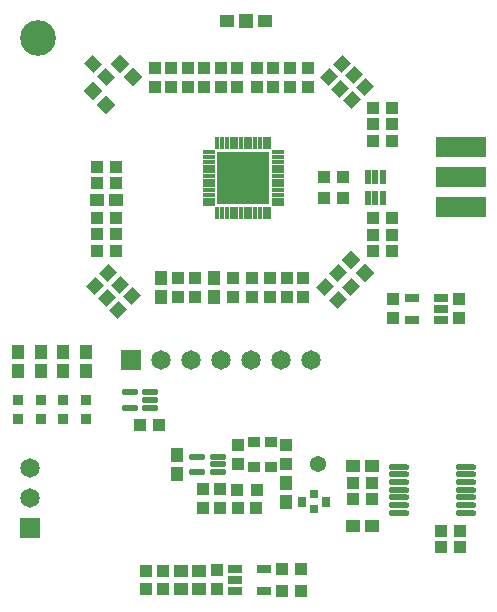
<source format=gts>
G04 Layer_Color=8388736*
%FSLAX25Y25*%
%MOIN*%
G70*
G01*
G75*
%ADD65R,0.04143X0.04340*%
%ADD66R,0.04340X0.04143*%
%ADD67R,0.04537X0.04340*%
%ADD68R,0.04183X0.04380*%
%ADD69R,0.04340X0.04537*%
%ADD70R,0.04931X0.02962*%
%ADD71O,0.05718X0.01978*%
%ADD72O,0.06899X0.01978*%
%ADD73R,0.04143X0.03750*%
%ADD74R,0.16584X0.06584*%
%ADD75R,0.01181X0.03937*%
%ADD76R,0.17716X0.17716*%
%ADD77R,0.03937X0.01181*%
G04:AMPARAMS|DCode=78|XSize=41.43mil|YSize=43.4mil|CornerRadius=0mil|HoleSize=0mil|Usage=FLASHONLY|Rotation=315.000|XOffset=0mil|YOffset=0mil|HoleType=Round|Shape=Rectangle|*
%AMROTATEDRECTD78*
4,1,4,-0.02999,-0.00070,0.00070,0.02999,0.02999,0.00070,-0.00070,-0.02999,-0.02999,-0.00070,0.0*
%
%ADD78ROTATEDRECTD78*%

G04:AMPARAMS|DCode=79|XSize=41.43mil|YSize=43.4mil|CornerRadius=0mil|HoleSize=0mil|Usage=FLASHONLY|Rotation=45.000|XOffset=0mil|YOffset=0mil|HoleType=Round|Shape=Rectangle|*
%AMROTATEDRECTD79*
4,1,4,0.00070,-0.02999,-0.02999,0.00070,-0.00070,0.02999,0.02999,-0.00070,0.00070,-0.02999,0.0*
%
%ADD79ROTATEDRECTD79*%

%ADD80R,0.01978X0.04537*%
%ADD81R,0.03750X0.03750*%
G04:AMPARAMS|DCode=82|XSize=43.4mil|YSize=45.37mil|CornerRadius=0mil|HoleSize=0mil|Usage=FLASHONLY|Rotation=225.000|XOffset=0mil|YOffset=0mil|HoleType=Round|Shape=Rectangle|*
%AMROTATEDRECTD82*
4,1,4,-0.00070,0.03139,0.03139,-0.00070,0.00070,-0.03139,-0.03139,0.00070,-0.00070,0.03139,0.0*
%
%ADD82ROTATEDRECTD82*%

%ADD83R,0.02962X0.03159*%
%ADD84R,0.03061X0.03750*%
%ADD85R,0.04537X0.04537*%
%ADD86C,0.06506*%
%ADD87R,0.06506X0.06506*%
%ADD88R,0.06506X0.06506*%
%ADD89C,0.05403*%
%ADD90C,0.11900*%
%ADD91C,0.01772*%
D65*
X57471Y56764D02*
D03*
Y50465D02*
D03*
X63051Y56764D02*
D03*
X63051Y50465D02*
D03*
X81207Y56780D02*
D03*
X81207Y50481D02*
D03*
X76551Y83825D02*
D03*
Y77526D02*
D03*
X82051Y83825D02*
D03*
Y77526D02*
D03*
X88113Y92295D02*
D03*
Y98594D02*
D03*
X104306Y92295D02*
D03*
Y98594D02*
D03*
X111500Y224150D02*
D03*
Y217850D02*
D03*
X94500Y224150D02*
D03*
Y217850D02*
D03*
X100000Y224150D02*
D03*
Y217850D02*
D03*
X105500Y224150D02*
D03*
X105500Y217850D02*
D03*
X109989Y148062D02*
D03*
X109989Y154361D02*
D03*
X98989Y148062D02*
D03*
X98989Y154361D02*
D03*
X77000Y224150D02*
D03*
X77000Y217850D02*
D03*
X82500Y224150D02*
D03*
Y217850D02*
D03*
X88000Y224150D02*
D03*
Y217850D02*
D03*
X60500Y224150D02*
D03*
Y217850D02*
D03*
X66000Y224150D02*
D03*
X66000Y217850D02*
D03*
X71500Y224150D02*
D03*
Y217850D02*
D03*
X104489Y148062D02*
D03*
X104489Y154361D02*
D03*
X73848Y148091D02*
D03*
Y154390D02*
D03*
X68348Y148091D02*
D03*
Y154390D02*
D03*
X140000Y147150D02*
D03*
Y140850D02*
D03*
X162000Y147150D02*
D03*
Y140850D02*
D03*
D66*
X102901Y57355D02*
D03*
X109201D02*
D03*
X88073Y77688D02*
D03*
X94372Y77688D02*
D03*
X102884Y49874D02*
D03*
X109183D02*
D03*
X55430Y105199D02*
D03*
X61729Y105199D02*
D03*
X155766Y64482D02*
D03*
X162065D02*
D03*
X155766Y69982D02*
D03*
X162065D02*
D03*
X132940Y85940D02*
D03*
X126641Y85940D02*
D03*
X132940Y80440D02*
D03*
X126641D02*
D03*
X123150Y188000D02*
D03*
X116850D02*
D03*
X139650Y211000D02*
D03*
X133350D02*
D03*
X139650Y205500D02*
D03*
X133350D02*
D03*
X139650Y200000D02*
D03*
X133350D02*
D03*
X139580Y174157D02*
D03*
X133281Y174157D02*
D03*
X139580Y168657D02*
D03*
X133281D02*
D03*
X139580Y163157D02*
D03*
X133281Y163157D02*
D03*
X123150Y180957D02*
D03*
X116850D02*
D03*
X86581Y148091D02*
D03*
X92880D02*
D03*
X92880Y154240D02*
D03*
X86581D02*
D03*
X41350Y163437D02*
D03*
X47650D02*
D03*
X41350Y168937D02*
D03*
X47650D02*
D03*
X41350Y174437D02*
D03*
X47650D02*
D03*
X41350Y191437D02*
D03*
X47650D02*
D03*
X41350Y185937D02*
D03*
X47650D02*
D03*
D67*
X75357Y56630D02*
D03*
X69058D02*
D03*
X75357Y50630D02*
D03*
X69058D02*
D03*
X126628Y71613D02*
D03*
X132927Y71613D02*
D03*
X126658Y91629D02*
D03*
X132957D02*
D03*
X41350Y180120D02*
D03*
X47650D02*
D03*
X84701Y240000D02*
D03*
X97299Y240000D02*
D03*
D68*
X94550Y83640D02*
D03*
X87896Y83640D02*
D03*
D69*
X67874Y95347D02*
D03*
Y89048D02*
D03*
X104306Y86027D02*
D03*
X104306Y79728D02*
D03*
X62497Y154390D02*
D03*
Y148091D02*
D03*
X80348Y154390D02*
D03*
Y148091D02*
D03*
X15000Y123350D02*
D03*
Y129650D02*
D03*
X22500Y123350D02*
D03*
Y129650D02*
D03*
X30000Y123350D02*
D03*
Y129650D02*
D03*
X37500Y123350D02*
D03*
Y129650D02*
D03*
D70*
X96776Y57355D02*
D03*
Y49874D02*
D03*
X87327D02*
D03*
X87327Y53614D02*
D03*
X87327Y57355D02*
D03*
X155724Y140260D02*
D03*
X155724Y144000D02*
D03*
X155724Y147740D02*
D03*
X146276Y147740D02*
D03*
Y140260D02*
D03*
D71*
X81387Y89639D02*
D03*
Y92198D02*
D03*
Y94757D02*
D03*
X74694Y89639D02*
D03*
X74694Y94757D02*
D03*
X58926Y111070D02*
D03*
Y113629D02*
D03*
Y116188D02*
D03*
X52233Y111070D02*
D03*
X52233Y116188D02*
D03*
D72*
X141731Y91348D02*
D03*
X141731Y88788D02*
D03*
Y86229D02*
D03*
Y83670D02*
D03*
X141731Y81111D02*
D03*
Y78552D02*
D03*
Y75993D02*
D03*
X164369Y91348D02*
D03*
Y88788D02*
D03*
X164369Y86229D02*
D03*
X164369Y83670D02*
D03*
Y81111D02*
D03*
Y78552D02*
D03*
Y75993D02*
D03*
D73*
X99160Y91409D02*
D03*
Y99480D02*
D03*
X93451D02*
D03*
Y91409D02*
D03*
D74*
X162500Y198000D02*
D03*
Y178000D02*
D03*
Y188000D02*
D03*
D75*
X81339Y175886D02*
D03*
X84488D02*
D03*
X87638D02*
D03*
X90787D02*
D03*
X93937D02*
D03*
X97087D02*
D03*
X98661D02*
D03*
X95512D02*
D03*
X92362D02*
D03*
X89213D02*
D03*
X86063D02*
D03*
X82913D02*
D03*
X97087Y199114D02*
D03*
X93937D02*
D03*
X90787D02*
D03*
X87638D02*
D03*
X84488D02*
D03*
X81339D02*
D03*
X82913D02*
D03*
X86063D02*
D03*
X89213D02*
D03*
X92362D02*
D03*
X95512D02*
D03*
X98661D02*
D03*
D76*
X90000Y187500D02*
D03*
D77*
X101614Y180413D02*
D03*
Y183563D02*
D03*
Y186713D02*
D03*
Y189862D02*
D03*
Y193012D02*
D03*
Y196161D02*
D03*
Y194587D02*
D03*
Y191437D02*
D03*
Y188287D02*
D03*
Y185138D02*
D03*
Y181988D02*
D03*
Y178839D02*
D03*
X78386Y194587D02*
D03*
Y191437D02*
D03*
Y188287D02*
D03*
Y185138D02*
D03*
Y181988D02*
D03*
Y178839D02*
D03*
Y180413D02*
D03*
Y183563D02*
D03*
Y186713D02*
D03*
Y189862D02*
D03*
Y193012D02*
D03*
Y196161D02*
D03*
D78*
X122835Y225713D02*
D03*
X118380Y221259D02*
D03*
X126724Y221824D02*
D03*
X122269Y217370D02*
D03*
X130613Y217935D02*
D03*
X126159Y213480D02*
D03*
X121506Y155887D02*
D03*
X117051Y151433D02*
D03*
X125960D02*
D03*
X121506Y146979D02*
D03*
X44949Y155942D02*
D03*
X40495Y151488D02*
D03*
X48838Y152053D02*
D03*
X44384Y147599D02*
D03*
X52727Y148164D02*
D03*
X48273Y143710D02*
D03*
D79*
X39773Y225727D02*
D03*
X44227Y221273D02*
D03*
D80*
X136559Y180957D02*
D03*
X134000D02*
D03*
X131441D02*
D03*
Y188043D02*
D03*
X134000D02*
D03*
X136559D02*
D03*
D81*
X15000Y107350D02*
D03*
Y113650D02*
D03*
X22500Y107350D02*
D03*
Y113650D02*
D03*
X30000Y107350D02*
D03*
Y113650D02*
D03*
X37500Y107350D02*
D03*
Y113650D02*
D03*
D82*
X39884Y216545D02*
D03*
X44338Y212091D02*
D03*
X48773Y225727D02*
D03*
X53227Y221273D02*
D03*
X125996Y160378D02*
D03*
X130450Y155923D02*
D03*
D83*
X113500Y82188D02*
D03*
Y77267D02*
D03*
D84*
X117486Y79728D02*
D03*
X109514D02*
D03*
D85*
X91000Y240000D02*
D03*
D86*
X112500Y127000D02*
D03*
X102500D02*
D03*
X92500D02*
D03*
X82500D02*
D03*
X62500D02*
D03*
X72500D02*
D03*
X19000Y91000D02*
D03*
Y81000D02*
D03*
D87*
X52500Y127000D02*
D03*
D88*
X19000Y71000D02*
D03*
D89*
X115000Y92129D02*
D03*
D90*
X21550Y234150D02*
D03*
D91*
X90000Y187303D02*
D03*
Y192421D02*
D03*
X94724Y187303D02*
D03*
Y192028D02*
D03*
X90000Y182579D02*
D03*
X94724Y182579D02*
D03*
X85276Y187303D02*
D03*
Y192028D02*
D03*
Y182579D02*
D03*
M02*

</source>
